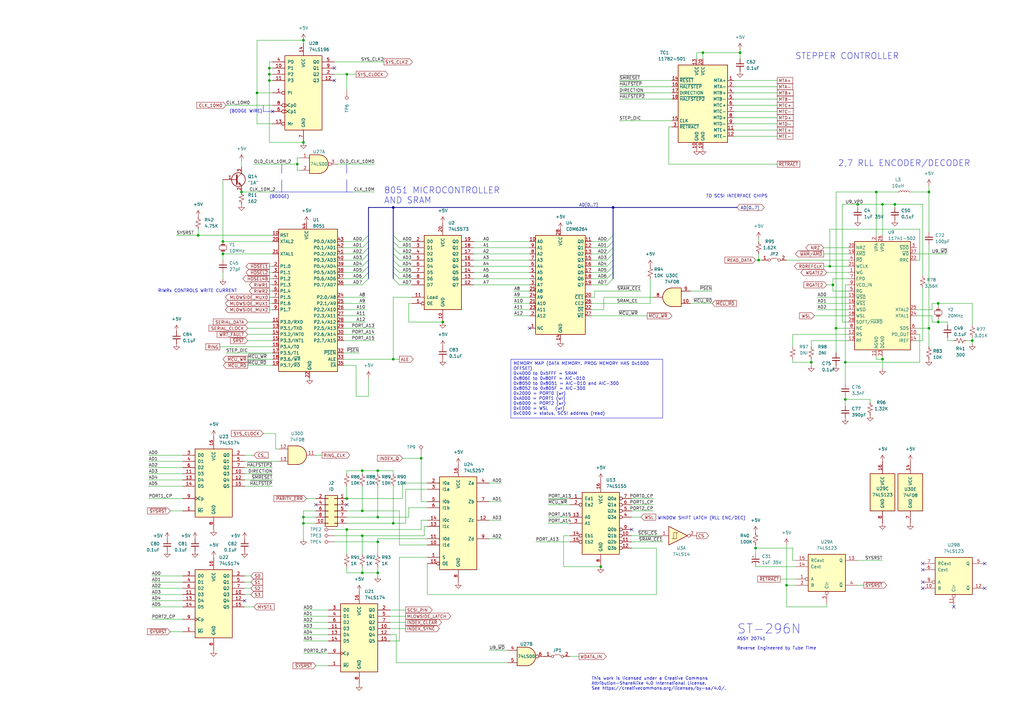
<source format=kicad_sch>
(kicad_sch (version 20231120) (generator "eeschema") (generator_version "8.0")
  (paper "A3")
  (junction (at 367.03 83.82))
  (junction (at 384.81 124.46))
  (junction (at 251.46 85.09))
  (junction (at 148.59 234.95))
  (junction (at 311.15 106.68))
  (junction (at 161.29 147.32))
  (junction (at 110.49 27.94))
  (junction (at 361.95 147.32))
  (junction (at 124.46 16.51))
  (junction (at 148.59 219.71))
  (junction (at 142.24 204.47))
  (junction (at 124.46 212.09))
  (junction (at 110.49 33.02))
  (junction (at 381 78.74))
  (junction (at 340.36 109.22))
  (junction (at 303.53 21.59))
  (junction (at 322.58 240.03))
  (junction (at 361.95 83.82))
  (junction (at 154.94 212.09))
  (junction (at 148.59 209.55))
  (junction (at 110.49 30.48))
  (junction (at 309.88 224.79))
  (junction (at 148.59 193.04))
  (junction (at 172.72 187.96))
  (junction (at 342.9 134.62))
  (junction (at 332.74 148.59))
  (junction (at 351.79 83.82))
  (junction (at 384.81 132.08))
  (junction (at 124.46 58.42))
  (junction (at 91.44 104.14))
  (junction (at 91.44 99.06))
  (junction (at 246.38 232.41))
  (junction (at 81.28 96.52))
  (junction (at 154.94 234.95))
  (junction (at 346.71 163.83))
  (junction (at 398.78 139.7))
  (junction (at 154.94 193.04))
  (junction (at 154.94 222.25))
  (junction (at 181.61 132.08))
  (junction (at 142.24 30.48))
  (junction (at 142.24 217.17))
  (junction (at 99.06 78.74))
  (junction (at 288.29 21.59))
  (junction (at 124.46 214.63))
  (junction (at 105.41 38.1))
  (junction (at 359.41 78.74))
  (junction (at 161.29 214.63))
  (junction (at 346.71 148.59))
  (junction (at 121.92 67.31))
  (junction (at 341.63 116.84))
  (junction (at 381 134.62))
  (junction (at 161.29 85.09))
  (no_connect (at 259.08 217.17))
  (no_connect (at 378.46 238.76))
  (no_connect (at 378.46 241.3))
  (no_connect (at 391.16 248.92))
  (no_connect (at 129.54 207.01))
  (no_connect (at 142.24 207.01))
  (no_connect (at 137.16 27.94))
  (no_connect (at 403.86 241.3))
  (no_connect (at 403.86 231.14))
  (no_connect (at 137.16 33.02))
  (no_connect (at 217.17 134.62))
  (no_connect (at 378.46 233.68))
  (no_connect (at 100.33 246.38))
  (no_connect (at 111.76 45.72))
  (no_connect (at 378.46 231.14))
  (bus_entry (at 248.92 101.6) (size 2.54 -2.54))
  (bus_entry (at 148.59 99.06) (size 2.54 -2.54))
  (bus_entry (at 248.92 111.76) (size 2.54 -2.54))
  (bus_entry (at 163.83 116.84) (size -2.54 -2.54))
  (bus_entry (at 163.83 101.6) (size -2.54 -2.54))
  (bus_entry (at 248.92 106.68) (size 2.54 -2.54))
  (bus_entry (at 163.83 111.76) (size -2.54 -2.54))
  (bus_entry (at 148.59 116.84) (size 2.54 -2.54))
  (bus_entry (at 163.83 109.22) (size -2.54 -2.54))
  (bus_entry (at 163.83 104.14) (size -2.54 -2.54))
  (bus_entry (at 148.59 109.22) (size 2.54 -2.54))
  (bus_entry (at 248.92 116.84) (size 2.54 -2.54))
  (bus_entry (at 248.92 114.3) (size 2.54 -2.54))
  (bus_entry (at 148.59 111.76) (size 2.54 -2.54))
  (bus_entry (at 248.92 99.06) (size 2.54 -2.54))
  (bus_entry (at 148.59 114.3) (size 2.54 -2.54))
  (bus_entry (at 163.83 114.3) (size -2.54 -2.54))
  (bus_entry (at 248.92 109.22) (size 2.54 -2.54))
  (bus_entry (at 163.83 106.68) (size -2.54 -2.54))
  (bus_entry (at 248.92 104.14) (size 2.54 -2.54))
  (bus_entry (at 148.59 104.14) (size 2.54 -2.54))
  (bus_entry (at 163.83 99.06) (size -2.54 -2.54))
  (bus_entry (at 148.59 101.6) (size 2.54 -2.54))
  (bus_entry (at 148.59 106.68) (size 2.54 -2.54))
  (wire (pts (xy 124.46 260.35) (xy 134.62 260.35)))
  (wire (pts (xy 381 134.62) (xy 381 142.24)))
  (bus (pts (xy 161.29 104.14) (xy 161.29 106.68)))
  (wire (pts (xy 124.46 257.81) (xy 134.62 257.81)))
  (wire (pts (xy 110.49 27.94) (xy 110.49 30.48)))
  (wire (pts (xy 351.79 240.03) (xy 354.33 240.03)))
  (wire (pts (xy 161.29 121.92) (xy 168.91 121.92)))
  (wire (pts (xy 124.46 267.97) (xy 134.62 267.97)))
  (wire (pts (xy 347.98 119.38) (xy 341.63 119.38)))
  (wire (pts (xy 160.02 260.35) (xy 162.56 260.35)))
  (wire (pts (xy 163.83 99.06) (xy 168.91 99.06)))
  (wire (pts (xy 121.92 64.77) (xy 123.19 64.77)))
  (wire (pts (xy 110.49 58.42) (xy 124.46 58.42)))
  (wire (pts (xy 332.74 147.32) (xy 332.74 148.59)))
  (wire (pts (xy 163.83 109.22) (xy 168.91 109.22)))
  (wire (pts (xy 326.39 229.87) (xy 325.12 229.87)))
  (wire (pts (xy 325.12 147.32) (xy 325.12 148.59)))
  (wire (pts (xy 60.96 186.69) (xy 74.93 186.69)))
  (bus (pts (xy 251.46 96.52) (xy 251.46 99.06)))
  (wire (pts (xy 81.28 96.52) (xy 111.76 96.52)))
  (wire (pts (xy 110.49 114.3) (xy 111.76 114.3)))
  (wire (pts (xy 140.97 124.46) (xy 149.86 124.46)))
  (wire (pts (xy 346.71 148.59) (xy 377.19 148.59)))
  (wire (pts (xy 91.44 104.14) (xy 111.76 104.14)))
  (wire (pts (xy 288.29 21.59) (xy 303.53 21.59)))
  (bus (pts (xy 251.46 85.09) (xy 251.46 96.52)))
  (wire (pts (xy 275.59 52.07) (xy 274.32 52.07)))
  (wire (pts (xy 224.79 204.47) (xy 233.68 204.47)))
  (bus (pts (xy 151.13 114.3) (xy 151.13 111.76)))
  (bus (pts (xy 161.29 111.76) (xy 161.29 114.3)))
  (wire (pts (xy 62.23 236.22) (xy 74.93 236.22)))
  (wire (pts (xy 346.71 163.83) (xy 346.71 166.37)))
  (wire (pts (xy 140.97 121.92) (xy 149.86 121.92)))
  (wire (pts (xy 124.46 214.63) (xy 124.46 220.98)))
  (wire (pts (xy 140.97 129.54) (xy 149.86 129.54)))
  (wire (pts (xy 124.46 262.89) (xy 134.62 262.89)))
  (wire (pts (xy 161.29 147.32) (xy 163.83 147.32)))
  (wire (pts (xy 100.33 248.92) (xy 104.14 248.92)))
  (wire (pts (xy 160.02 262.89) (xy 163.83 262.89)))
  (wire (pts (xy 382.27 129.54) (xy 382.27 132.08)))
  (wire (pts (xy 375.92 104.14) (xy 388.62 104.14)))
  (wire (pts (xy 367.03 83.82) (xy 361.95 83.82)))
  (wire (pts (xy 326.39 240.03) (xy 322.58 240.03)))
  (wire (pts (xy 101.6 134.62) (xy 111.76 134.62)))
  (wire (pts (xy 142.24 209.55) (xy 148.59 209.55)))
  (wire (pts (xy 140.97 104.14) (xy 148.59 104.14)))
  (wire (pts (xy 154.94 234.95) (xy 154.94 236.22)))
  (wire (pts (xy 125.73 204.47) (xy 129.54 204.47)))
  (wire (pts (xy 60.96 204.47) (xy 74.93 204.47)))
  (wire (pts (xy 151.13 154.94) (xy 151.13 162.56)))
  (wire (pts (xy 111.76 25.4) (xy 110.49 25.4)))
  (wire (pts (xy 100.33 194.31) (xy 111.76 194.31)))
  (wire (pts (xy 100.33 189.23) (xy 114.3 189.23)))
  (wire (pts (xy 292.1 119.38) (xy 283.21 119.38)))
  (wire (pts (xy 163.83 223.52) (xy 175.26 223.52)))
  (wire (pts (xy 340.36 109.22) (xy 347.98 109.22)))
  (wire (pts (xy 142.24 193.04) (xy 142.24 194.31)))
  (wire (pts (xy 124.46 250.19) (xy 134.62 250.19)))
  (wire (pts (xy 124.46 214.63) (xy 129.54 214.63)))
  (wire (pts (xy 110.49 127) (xy 111.76 127)))
  (wire (pts (xy 377.19 106.68) (xy 377.19 93.98)))
  (wire (pts (xy 148.59 209.55) (xy 163.83 209.55)))
  (wire (pts (xy 351.79 229.87) (xy 361.95 229.87)))
  (wire (pts (xy 396.24 139.7) (xy 398.78 139.7)))
  (wire (pts (xy 231.14 232.41) (xy 246.38 232.41)))
  (wire (pts (xy 242.57 101.6) (xy 248.92 101.6)))
  (wire (pts (xy 322.58 223.52) (xy 322.58 240.03)))
  (wire (pts (xy 100.33 191.77) (xy 111.76 191.77)))
  (wire (pts (xy 105.41 50.8) (xy 105.41 38.1)))
  (wire (pts (xy 259.08 209.55) (xy 267.97 209.55)))
  (wire (pts (xy 361.95 147.32) (xy 361.95 151.13)))
  (wire (pts (xy 231.14 219.71) (xy 231.14 232.41)))
  (wire (pts (xy 194.31 106.68) (xy 217.17 106.68)))
  (wire (pts (xy 110.49 124.46) (xy 111.76 124.46)))
  (wire (pts (xy 140.97 127) (xy 149.86 127)))
  (wire (pts (xy 378.46 113.03) (xy 378.46 83.82)))
  (wire (pts (xy 100.33 241.3) (xy 102.87 241.3)))
  (wire (pts (xy 311.15 97.79) (xy 311.15 99.06)))
  (bus (pts (xy 251.46 104.14) (xy 251.46 106.68)))
  (wire (pts (xy 200.66 220.98) (xy 205.74 220.98)))
  (wire (pts (xy 129.54 209.55) (xy 124.46 209.55)))
  (bus (pts (xy 151.13 85.09) (xy 161.29 85.09)))
  (wire (pts (xy 101.6 149.86) (xy 111.76 149.86)))
  (wire (pts (xy 398.78 139.7) (xy 398.78 140.97)))
  (wire (pts (xy 140.97 101.6) (xy 148.59 101.6)))
  (wire (pts (xy 345.44 132.08) (xy 345.44 83.82)))
  (wire (pts (xy 148.59 193.04) (xy 148.59 194.31)))
  (wire (pts (xy 274.32 52.07) (xy 274.32 67.31)))
  (wire (pts (xy 140.97 149.86) (xy 146.05 149.86)))
  (wire (pts (xy 334.01 129.54) (xy 347.98 129.54)))
  (wire (pts (xy 154.94 212.09) (xy 167.64 212.09)))
  (wire (pts (xy 342.9 134.62) (xy 342.9 78.74)))
  (wire (pts (xy 165.1 204.47) (xy 165.1 198.12)))
  (wire (pts (xy 100.33 236.22) (xy 102.87 236.22)))
  (wire (pts (xy 200.66 266.7) (xy 208.28 266.7)))
  (wire (pts (xy 259.08 212.09) (xy 262.89 212.09)))
  (wire (pts (xy 398.78 138.43) (xy 398.78 139.7)))
  (wire (pts (xy 165.1 187.96) (xy 172.72 187.96)))
  (wire (pts (xy 243.84 119.38) (xy 262.89 119.38)))
  (wire (pts (xy 140.97 114.3) (xy 148.59 114.3)))
  (wire (pts (xy 242.57 116.84) (xy 248.92 116.84)))
  (wire (pts (xy 320.04 237.49) (xy 326.39 237.49)))
  (wire (pts (xy 210.82 129.54) (xy 217.17 129.54)))
  (wire (pts (xy 124.46 212.09) (xy 129.54 212.09)))
  (wire (pts (xy 101.6 137.16) (xy 111.76 137.16)))
  (wire (pts (xy 381 76.2) (xy 381 78.74)))
  (wire (pts (xy 175.26 200.66) (xy 166.37 200.66)))
  (bus (pts (xy 161.29 85.09) (xy 251.46 85.09)))
  (wire (pts (xy 148.59 219.71) (xy 148.59 227.33)))
  (wire (pts (xy 233.68 212.09) (xy 224.79 212.09)))
  (polyline (pts (xy 115.57 73.66) (xy 115.57 78.74)))
  (bus (pts (xy 161.29 99.06) (xy 161.29 101.6)))
  (wire (pts (xy 242.57 124.46) (xy 266.7 124.46)))
  (wire (pts (xy 154.94 222.25) (xy 154.94 227.33)))
  (wire (pts (xy 154.94 199.39) (xy 154.94 212.09)))
  (wire (pts (xy 105.41 16.51) (xy 124.46 16.51)))
  (wire (pts (xy 377.19 137.16) (xy 375.92 137.16)))
  (wire (pts (xy 342.9 78.74) (xy 359.41 78.74)))
  (wire (pts (xy 194.31 111.76) (xy 217.17 111.76)))
  (wire (pts (xy 121.92 69.85) (xy 123.19 69.85)))
  (wire (pts (xy 378.46 118.11) (xy 378.46 139.7)))
  (wire (pts (xy 110.49 116.84) (xy 111.76 116.84)))
  (wire (pts (xy 384.81 130.81) (xy 384.81 132.08)))
  (wire (pts (xy 381 78.74) (xy 381 95.25)))
  (wire (pts (xy 140.97 106.68) (xy 148.59 106.68)))
  (wire (pts (xy 104.14 67.31) (xy 121.92 67.31)))
  (wire (pts (xy 375.92 106.68) (xy 377.19 106.68)))
  (wire (pts (xy 359.41 78.74) (xy 368.3 78.74)))
  (wire (pts (xy 146.05 149.86) (xy 146.05 162.56)))
  (wire (pts (xy 105.41 38.1) (xy 105.41 16.51)))
  (wire (pts (xy 60.96 199.39) (xy 74.93 199.39)))
  (wire (pts (xy 110.49 25.4) (xy 110.49 27.94)))
  (bus (pts (xy 251.46 85.09) (xy 302.26 85.09)))
  (wire (pts (xy 332.74 148.59) (xy 332.74 149.86)))
  (wire (pts (xy 194.31 101.6) (xy 217.17 101.6)))
  (wire (pts (xy 325.12 142.24) (xy 325.12 137.16)))
  (wire (pts (xy 161.29 214.63) (xy 142.24 214.63)))
  (wire (pts (xy 160.02 252.73) (xy 166.37 252.73)))
  (wire (pts (xy 259.08 207.01) (xy 267.97 207.01)))
  (wire (pts (xy 351.79 83.82) (xy 361.95 83.82)))
  (wire (pts (xy 242.57 106.68) (xy 248.92 106.68)))
  (wire (pts (xy 375.92 134.62) (xy 381 134.62)))
  (wire (pts (xy 142.24 199.39) (xy 142.24 204.47)))
  (wire (pts (xy 172.72 187.96) (xy 172.72 205.74)))
  (wire (pts (xy 384.81 132.08) (xy 388.62 132.08)))
  (wire (pts (xy 210.82 127) (xy 217.17 127)))
  (wire (pts (xy 285.75 21.59) (xy 288.29 21.59)))
  (wire (pts (xy 194.31 104.14) (xy 217.17 104.14)))
  (wire (pts (xy 335.28 127) (xy 347.98 127)))
  (bus (pts (xy 151.13 99.06) (xy 151.13 96.52)))
  (polyline (pts (xy 113.03 78.74) (xy 142.24 78.74)))
  (wire (pts (xy 309.88 224.79) (xy 309.88 227.33)))
  (wire (pts (xy 345.44 83.82) (xy 351.79 83.82)))
  (wire (pts (xy 81.28 93.98) (xy 81.28 96.52)))
  (wire (pts (xy 154.94 232.41) (xy 154.94 234.95)))
  (wire (pts (xy 62.23 241.3) (xy 74.93 241.3)))
  (wire (pts (xy 384.81 124.46) (xy 398.78 124.46)))
  (wire (pts (xy 194.31 99.06) (xy 217.17 99.06)))
  (wire (pts (xy 332.74 139.7) (xy 347.98 139.7)))
  (wire (pts (xy 148.59 234.95) (xy 154.94 234.95)))
  (bus (pts (xy 251.46 106.68) (xy 251.46 109.22)))
  (bus (pts (xy 161.29 109.22) (xy 161.29 111.76)))
  (wire (pts (xy 62.23 248.92) (xy 74.93 248.92)))
  (wire (pts (xy 168.91 124.46) (xy 167.64 124.46)))
  (wire (pts (xy 194.31 109.22) (xy 217.17 109.22)))
  (wire (pts (xy 175.26 213.36) (xy 172.72 213.36)))
  (wire (pts (xy 163.83 101.6) (xy 168.91 101.6)))
  (wire (pts (xy 335.28 121.92) (xy 347.98 121.92)))
  (bus (pts (xy 161.29 106.68) (xy 161.29 109.22)))
  (bus (pts (xy 161.29 96.52) (xy 161.29 99.06)))
  (wire (pts (xy 124.46 209.55) (xy 124.46 212.09)))
  (wire (pts (xy 142.24 30.48) (xy 142.24 36.83)))
  (bus (pts (xy 151.13 106.68) (xy 151.13 104.14)))
  (wire (pts (xy 247.65 127) (xy 247.65 121.92)))
  (wire (pts (xy 165.1 198.12) (xy 175.26 198.12)))
  (wire (pts (xy 60.96 196.85) (xy 74.93 196.85)))
  (wire (pts (xy 200.66 198.12) (xy 205.74 198.12)))
  (wire (pts (xy 137.16 30.48) (xy 142.24 30.48)))
  (bus (pts (xy 251.46 101.6) (xy 251.46 104.14)))
  (wire (pts (xy 377.19 148.59) (xy 377.19 137.16)))
  (wire (pts (xy 99.06 78.74) (xy 113.03 78.74)))
  (wire (pts (xy 160.02 250.19) (xy 166.37 250.19)))
  (wire (pts (xy 121.92 64.77) (xy 121.92 67.31)))
  (wire (pts (xy 242.57 129.54) (xy 265.43 129.54)))
  (wire (pts (xy 242.57 127) (xy 247.65 127)))
  (wire (pts (xy 254 49.53) (xy 275.59 49.53)))
  (wire (pts (xy 242.57 121.92) (xy 243.84 121.92)))
  (wire (pts (xy 375.92 129.54) (xy 382.27 129.54)))
  (wire (pts (xy 254 38.1) (xy 275.59 38.1)))
  (polyline (pts (xy 142.24 73.66) (xy 142.24 78.74)))
  (wire (pts (xy 194.31 116.84) (xy 217.17 116.84)))
  (wire (pts (xy 172.72 217.17) (xy 142.24 217.17)))
  (wire (pts (xy 359.41 147.32) (xy 361.95 147.32)))
  (wire (pts (xy 62.23 238.76) (xy 74.93 238.76)))
  (wire (pts (xy 148.59 199.39) (xy 148.59 209.55)))
  (wire (pts (xy 142.24 30.48) (xy 146.05 30.48)))
  (wire (pts (xy 124.46 255.27) (xy 134.62 255.27)))
  (wire (pts (xy 163.83 116.84) (xy 168.91 116.84)))
  (wire (pts (xy 166.37 200.66) (xy 166.37 214.63)))
  (wire (pts (xy 325.12 137.16) (xy 347.98 137.16)))
  (bus (pts (xy 251.46 109.22) (xy 251.46 111.76)))
  (wire (pts (xy 373.38 78.74) (xy 381 78.74)))
  (wire (pts (xy 292.1 124.46) (xy 283.21 124.46)))
  (wire (pts (xy 367.03 85.09) (xy 367.03 83.82)))
  (wire (pts (xy 300.99 33.02) (xy 318.77 33.02)))
  (wire (pts (xy 69.85 209.55) (xy 74.93 209.55)))
  (wire (pts (xy 100.33 243.84) (xy 102.87 243.84)))
  (wire (pts (xy 337.82 109.22) (xy 340.36 109.22)))
  (wire (pts (xy 175.26 220.98) (xy 154.94 220.98)))
  (wire (pts (xy 342.9 134.62) (xy 342.9 144.78)))
  (wire (pts (xy 303.53 20.32) (xy 303.53 21.59)))
  (wire (pts (xy 160.02 257.81) (xy 166.37 257.81)))
  (wire (pts (xy 140.97 116.84) (xy 148.59 116.84)))
  (wire (pts (xy 162.56 271.78) (xy 208.28 271.78)))
  (polyline (pts (xy 142.24 67.31) (xy 142.24 71.12)))
  (wire (pts (xy 91.44 111.76) (xy 91.44 114.3)))
  (wire (pts (xy 110.49 30.48) (xy 111.76 30.48)))
  (wire (pts (xy 309.88 106.68) (xy 311.15 106.68)))
  (wire (pts (xy 142.24 232.41) (xy 142.24 234.95)))
  (wire (pts (xy 381 100.33) (xy 381 134.62)))
  (wire (pts (xy 346.71 162.56) (xy 346.71 163.83)))
  (wire (pts (xy 247.65 121.92) (xy 267.97 121.92)))
  (wire (pts (xy 382.27 127) (xy 382.27 124.46)))
  (wire (pts (xy 167.64 212.09) (xy 167.64 208.28)))
  (wire (pts (xy 237.49 269.24) (xy 233.68 269.24)))
  (wire (pts (xy 266.7 114.3) (xy 266.7 124.46)))
  (wire (pts (xy 163.83 228.6) (xy 163.83 262.89)))
  (bus (pts (xy 151.13 104.14) (xy 151.13 101.6)))
  (wire (pts (xy 361.95 146.05) (xy 361.95 147.32)))
  (wire (pts (xy 346.71 163.83) (xy 356.87 163.83)))
  (wire (pts (xy 140.97 111.76) (xy 148.59 111.76)))
  (wire (pts (xy 113.03 184.15) (xy 113.03 177.8)))
  (wire (pts (xy 111.76 50.8) (xy 105.41 50.8)))
  (polyline (pts (xy 111.76 45.72) (xy 107.95 45.72)))
  (wire (pts (xy 377.19 93.98) (xy 340.36 93.98)))
  (polyline (pts (xy 115.57 67.31) (xy 115.57 71.12)))
  (wire (pts (xy 142.24 204.47) (xy 165.1 204.47)))
  (wire (pts (xy 300.99 38.1) (xy 318.77 38.1)))
  (wire (pts (xy 173.99 215.9) (xy 175.26 215.9)))
  (wire (pts (xy 339.09 111.76) (xy 347.98 111.76)))
  (wire (pts (xy 107.95 177.8) (xy 113.03 177.8)))
  (wire (pts (xy 110.49 121.92) (xy 111.76 121.92)))
  (wire (pts (xy 259.08 219.71) (xy 270.51 219.71)))
  (wire (pts (xy 311.15 104.14) (xy 311.15 106.68)))
  (wire (pts (xy 309.88 223.52) (xy 309.88 224.79)))
  (wire (pts (xy 233.68 219.71) (xy 231.14 219.71)))
  (wire (pts (xy 100.33 186.69) (xy 104.14 186.69)))
  (wire (pts (xy 384.81 124.46) (xy 384.81 125.73)))
  (wire (pts (xy 140.97 144.78) (xy 147.32 144.78)))
  (wire (pts (xy 90.17 142.24) (xy 111.76 142.24)))
  (wire (pts (xy 200.66 213.36) (xy 205.74 213.36)))
  (wire (pts (xy 121.92 67.31) (xy 121.92 69.85)))
  (wire (pts (xy 142.24 234.95) (xy 148.59 234.95)))
  (wire (pts (xy 378.46 139.7) (xy 375.92 139.7)))
  (wire (pts (xy 114.3 184.15) (xy 113.03 184.15)))
  (wire (pts (xy 129.54 186.69) (xy 132.08 186.69)))
  (wire (pts (xy 161.29 193.04) (xy 154.94 193.04)))
  (wire (pts (xy 341.63 114.3) (xy 347.98 114.3)))
  (wire (pts (xy 175.26 243.84) (xy 269.24 243.84)))
  (wire (pts (xy 138.43 67.31) (xy 153.67 67.31)))
  (wire (pts (xy 325.12 224.79) (xy 309.88 224.79)))
  (bus (pts (xy 161.29 101.6) (xy 161.29 104.14)))
  (wire (pts (xy 110.49 109.22) (xy 111.76 109.22)))
  (wire (pts (xy 161.29 147.32) (xy 161.29 121.92)))
  (wire (pts (xy 259.08 222.25) (xy 271.78 222.25)))
  (wire (pts (xy 300.99 45.72) (xy 318.77 45.72)))
  (wire (pts (xy 311.15 106.68) (xy 312.42 106.68)))
  (wire (pts (xy 346.71 116.84) (xy 346.71 148.59)))
  (wire (pts (xy 243.84 121.92) (xy 243.84 119.38)))
  (wire (pts (xy 161.29 199.39) (xy 161.29 214.63)))
  (wire (pts (xy 140.97 139.7) (xy 153.67 139.7)))
  (bus (pts (xy 151.13 96.52) (xy 151.13 85.09)))
  (bus (pts (xy 151.13 111.76) (xy 151.13 109.22)))
  (wire (pts (xy 332.74 142.24) (xy 332.74 139.7)))
  (wire (pts (xy 100.33 199.39) (xy 111.76 199.39)))
  (wire (pts (xy 388.62 139.7) (xy 388.62 138.43)))
  (wire (pts (xy 175.26 243.84) (xy 175.26 231.14)))
  (wire (pts (xy 140.97 109.22) (xy 148.59 109.22)))
  (wire (pts (xy 162.56 260.35) (xy 162.56 271.78)))
  (wire (pts (xy 224.79 207.01) (xy 233.68 207.01)))
  (wire (pts (xy 167.64 132.08) (xy 181.61 132.08)))
  (wire (pts (xy 242.57 114.3) (xy 248.92 114.3)))
  (wire (pts (xy 347.98 116.84) (xy 346.71 116.84)))
  (wire (pts (xy 359.41 146.05) (xy 359.41 147.32)))
  (wire (pts (xy 142.24 217.17) (xy 142.24 227.33)))
  (wire (pts (xy 382.27 124.46) (xy 384.81 124.46)))
  (wire (pts (xy 172.72 205.74) (xy 175.26 205.74)))
  (wire (pts (xy 140.97 137.16) (xy 153.67 137.16)))
  (wire (pts (xy 167.64 124.46) (xy 167.64 132.08)))
  (wire (pts (xy 124.46 16.51) (xy 124.46 17.78)))
  (wire (pts (xy 129.54 273.05) (xy 134.62 273.05)))
  (wire (pts (xy 100.33 196.85) (xy 111.76 196.85)))
  (wire (pts (xy 210.82 124.46) (xy 217.17 124.46)))
  (wire (pts (xy 60.96 194.31) (xy 74.93 194.31)))
  (wire (pts (xy 300.99 40.64) (xy 318.77 40.64)))
  (wire (pts (xy 160.02 255.27) (xy 166.37 255.27)))
  (wire (pts (xy 137.16 25.4) (xy 157.48 25.4)))
  (wire (pts (xy 242.57 104.14) (xy 248.92 104.14)))
  (bus (pts (xy 151.13 101.6) (xy 151.13 99.06)))
  (wire (pts (xy 62.23 243.84) (xy 74.93 243.84)))
  (wire (pts (xy 163.83 114.3) (xy 168.91 114.3)))
  (wire (pts (xy 351.79 83.82) (xy 351.79 85.09)))
  (wire (pts (xy 91.44 99.06) (xy 111.76 99.06)))
  (wire (pts (xy 274.32 67.31) (xy 318.77 67.31)))
  (wire (pts (xy 110.49 111.76) (xy 111.76 111.76)))
  (wire (pts (xy 300.99 35.56) (xy 318.77 35.56)))
  (wire (pts (xy 378.46 83.82) (xy 367.03 83.82)))
  (wire (pts (xy 100.33 238.76) (xy 102.87 238.76)))
  (bus (pts (xy 251.46 99.06) (xy 251.46 101.6)))
  (wire (pts (xy 254 35.56) (xy 275.59 35.56)))
  (wire (pts (xy 300.99 55.88) (xy 318.77 55.88)))
  (wire (pts (xy 200.66 205.74) (xy 205.74 205.74)))
  (wire (pts (xy 382.27 132.08) (xy 384.81 132.08)))
  (wire (pts (xy 105.41 38.1) (xy 111.76 38.1)))
  (wire (pts (xy 339.09 247.65) (xy 339.09 248.92)))
  (wire (pts (xy 110.49 119.38) (xy 111.76 119.38)))
  (wire (pts (xy 259.08 204.47) (xy 267.97 204.47)))
  (wire (pts (xy 60.96 191.77) (xy 74.93 191.77)))
  (wire (pts (xy 322.58 106.68) (xy 347.98 106.68)))
  (wire (pts (xy 322.58 248.92) (xy 322.58 240.03)))
  (wire (pts (xy 163.83 228.6) (xy 175.26 228.6)))
  (wire (pts (xy 137.16 219.71) (xy 148.59 219.71)))
  (wire (pts (xy 300.99 50.8) (xy 318.77 50.8)))
  (wire (pts (xy 101.6 132.08) (xy 111.76 132.08)))
  (wire (pts (xy 148.59 193.04) (xy 142.24 193.04)))
  (wire (pts (xy 99.06 66.04) (xy 99.06 68.58)))
  (wire (pts (xy 161.29 194.31) (xy 161.29 193.04)))
  (wire (pts (xy 111.76 33.02) (xy 110.49 33.02)))
  (wire (pts (xy 163.83 209.55) (xy 163.83 223.52)))
  (wire (pts (xy 339.09 248.92) (xy 322.58 248.92)))
  (wire (pts (xy 163.83 111.76) (xy 168.91 111.76)))
  (wire (pts (xy 167.64 208.28) (xy 175.26 208.28)))
  (wire (pts (xy 375.92 127) (xy 382.27 127)))
  (wire (pts (xy 361.95 83.82) (xy 361.95 96.52)))
  (wire (pts (xy 242.57 99.06) (xy 248.92 99.06)))
  (wire (pts (xy 356.87 163.83) (xy 356.87 165.1)))
  (wire (pts (xy 388.62 139.7) (xy 391.16 139.7)))
  (wire (pts (xy 140.97 147.32) (xy 161.29 147.32)))
  (wire (pts (xy 144.78 78.74) (xy 153.67 78.74)))
  (wire (pts (xy 303.53 24.13) (xy 303.53 21.59)))
  (wire (pts (xy 242.57 111.76) (xy 248.92 111.76)))
  (wire (pts (xy 309.88 232.41) (xy 326.39 232.41)))
  (wire (pts (xy 337.82 101.6) (xy 347.98 101.6)))
  (wire (pts (xy 219.71 222.25) (xy 233.68 222.25)))
  (wire (pts (xy 137.16 222.25) (xy 154.94 222.25)))
  (wire (pts (xy 341.63 116.84) (xy 341.63 114.3)))
  (wire (pts (xy 254 40.64) (xy 275.59 40.64)))
  (wire (pts (xy 388.62 132.08) (xy 388.62 133.35)))
  (wire (pts (xy 254 33.02) (xy 275.59 33.02)))
  (wire (pts (xy 62.23 254) (xy 74.93 254)))
  (wire (pts (xy 137.16 217.17) (xy 142.24 217.17)))
  (wire (pts (xy 142.24 212.09) (xy 154.94 212.09)))
  (wire (pts (xy 172.72 186.69) (xy 172.72 187.96)))
  (wire (pts (xy 242.57 109.22) (xy 248.92 109.22)))
  (wire (pts (xy 163.83 104.14) (xy 168.91 104.14)))
  (wire (pts (xy 60.96 189.23) (xy 74.93 189.23)))
  (wire (pts (xy 347.98 134.62) (xy 342.9 134.62)))
  (wire (pts (xy 325.12 229.87) (xy 325.12 224.79)))
  (wire (pts (xy 210.82 121.92) (xy 217.17 121.92)))
  (wire (pts (xy 346.71 148.59) (xy 346.71 157.48)))
  (wire (pts (xy 148.59 232.41) (xy 148.59 234.95)))
  (wire (pts (xy 154.94 193.04) (xy 148.59 193.04)))
  (polyline (pts (xy 144.78 78.74) (xy 142.24 78.74)))
  (wire (pts (xy 269.24 224.79) (xy 269.24 243.84)))
  (wire (pts (xy 398.78 124.46) (xy 398.78 133.35)))
  (wire (pts (xy 140.97 99.06) (xy 148.59 99.06)))
  (wire (pts (xy 172.72 213.36) (xy 172.72 217.17)))
  (wire (pts (xy 154.94 193.04) (xy 154.94 194.31)))
  (wire (pts (xy 288.29 21.59) (xy 288.29 24.13)))
  (wire (pts (xy 224.79 214.63) (xy 233.68 214.63)))
  (wire (pts (xy 163.83 106.68) (xy 168.91 106.68)))
  (wire (pts (xy 259.08 224.79) (xy 269.24 224.79)))
  (wire (pts (xy 110.49 33.02) (xy 110.49 58.42)))
  (wire (pts (xy 124.46 212.09) (xy 124.46 214.63)))
  (wire (pts (xy 166.37 214.63) (xy 161.29 214.63)))
  (wire (pts (xy 110.49 30.48) (xy 110.49 33.02)))
  (wire (pts (xy 347.98 132.08) (xy 345.44 132.08)))
  (wire (pts (xy 154.94 220.98) (xy 154.94 222.25)))
  (wire (pts (xy 140.97 134.62) (xy 153.67 134.62)))
  (wire (pts (xy 359.41 78.74) (xy 359.41 96.52)))
  (wire (pts (xy 300.99 53.34) (xy 318.77 53.34)))
  (wire (pts (xy 140.97 132.08) (xy 149.86 132.08)))
  (bus (pts (xy 151.13 109.22) (xy 151.13 106.68)))
  (wire (pts (xy 72.39 96.52) (xy 81.28 96.52)))
  (wire (pts (xy 92.71 144.78) (xy 111.76 144.78)))
  (wire (pts (xy 325.12 148.59) (xy 332.74 148.59)))
  (wire (pts (xy 300.99 43.18) (xy 318.77 43.18)))
  (wire (pts (xy 101.6 147.32) (xy 111.76 147.32)))
  (wire (pts (xy 341.63 119.38) (xy 341.63 116.84)))
  (wire (pts (xy 91.44 104.14) (xy 91.44 106.68)))
  (wire (pts (xy 148.59 219.71) (xy 173.99 219.71)))
  (wire (pts (xy 91.44 73.66) (xy 91.44 99.06)))
  (wire (pts (xy 194.31 114.3) (xy 217.17 114.3)))
  (wire (pts (xy 339.09 116.84) (xy 341.63 116.84)))
  (wire (pts (xy 173.99 219.71) (xy 173.99 215.9)))
  (wire (pts (xy 124.46 252.73) (xy 134.62 252.73)))
  (wire (pts (xy 337.82 104.14) (xy 347.98 104.14)))
  (wire (pts (xy 340.36 93.98) (xy 340.36 109.22)))
  (wire (pts (xy 146.05 162.56) (xy 151.13 162.56)))
  (bus (pts (xy 161.29 85.09) (xy 161.29 96.52)))
  (polyline (pts (xy 107.95 43.18) (xy 107.95 45.72)))
  (wire (pts (xy 69.85 259.08) (xy 74.93 259.08)))
  (wire (pts (xy 62.23 246.38) (xy 74.93 246.38)))
  (bus (pts (xy 251.46 111.76) (xy 251.46 114.3)))
  (wire (pts (xy 285.75 24.13) (xy 285.75 21.59)))
  (wire (pts (xy 101.6 139.7) (xy 111.76 139.7)))
  (wire (pts (xy 92.71 43.18) (xy 111.76 43.18)))
  (wire (pts (xy 300.99 48.26) (xy 318.77 48.26)))
  (wire (pts (xy 335.28 124.46) (xy 347.98 124.46)))
  (wire (pts (xy 110.49 27.94) (xy 111.76 27.94)))
  (wire (pts (xy 210.82 119.38) (xy 217.17 119.38)))
  (text_box "MEMORY MAP (DATA MEMORY. PROG MEMORY HAS 0x1000 OFFSET)\n0x4000 to 0x5FFF = SRAM\n0x806E to 0x80FF = AIC-010\n0x8050 to 0x8051 = AIC-010 and AIC-300\n0x8052 to 0x805F = AIC-300\n0x2000 = PORT0 (wr)\n0xA000 = PORT1 (wr)\n0x6000 = PORT2 (wr)\n0xE000 = WSL   (wr)\n0xC000 = status, SCSI address (read)\n\n" (at 209.55 147.32 0) (size 62.23 24.13) (effects (font (size 1.27 1.27)) (justify left top)))
  (text "ASSY 20741" (at 302.26 262.89 0) (effects (font (size 1.27 1.27)) (justify left bottom)))
  (text "This work is licensed under a Creative Commons\nAttribution-ShareAlike 4.0 International License.\nSee https://creativecommons.org/licenses/by-sa/4.0/.\n" (at 242.57 283.21 0) (effects (font (size 1.27 1.27)) (justify left bottom)))
  (text "2,7 RLL ENCODER/DECODER" (at 343.662 68.58 0) (effects (font (size 2.54 2.54)) (justify left bottom)))
  (text "Reverse Engineered by Tube Time" (at 302.26 266.7 0) (effects (font (size 1.27 1.27)) (justify left bottom)))
  (text "STEPPER CONTROLLER" (at 326.136 24.638 0) (effects (font (size 2.54 2.54)) (justify left bottom)))
  (text "WINDOW SHIFT LATCH (RLL ENC/DEC)" (at 287.782 212.598 0) (effects (font (size 1.27 1.27))))
  (text "8051 MICROCONTROLLER\nAND SRAM" (at 157.48 83.82 0) (effects (font (size 2.54 2.54)) (justify left bottom)))
  (text "TO SCSI INTERFACE CHIPS" (at 289.56 81.28 0) (effects (font (size 1.27 1.27)) (justify left bottom)))
  (text "ST-296N" (at 302.26 260.35 0) (effects (font (size 3.81 3.81)) (justify left bottom)))
  (text "(BODGE)" (at 114.554 80.772 0) (effects (font (size 1.27 1.27))))
  (text "(BODGE WIRE)" (at 100.838 45.72 0) (effects (font (size 1.27 1.27))))
  (text "RIWRx CONTROLS WRITE CURRENT" (at 64.77 120.142 0) (effects (font (size 1.27 1.27)) (justify left bottom)))
  (label "A6" (at 198.12 114.3 0))
  (label "CLK_10M" (at 153.67 78.74 180))
  (label "AD3" (at 248.92 106.68 180))
  (label "AD1" (at 335.28 124.46 0))
  (label "~{MCU_WR}" (at 101.6 147.32 0))
  (label "AD4" (at 60.96 196.85 0))
  (label "PORT_A13" (at 153.67 134.62 180))
  (label "PORT1_CP" (at 60.96 204.47 0))
  (label "AD5" (at 165.1 111.76 0))
  (label "A4" (at 198.12 109.22 0))
  (label "~{MCU_WR}" (at 261.62 129.54 180))
  (label "CLK_10M0" (at 92.71 43.18 0))
  (label "~{SRAM_CE1}" (at 271.78 222.25 180))
  (label "A2" (at 198.12 104.14 0))
  (label "AD5" (at 144.78 111.76 0))
  (label "AD4" (at 248.92 109.22 180))
  (label "AD0" (at 60.96 186.69 0))
  (label "AD0" (at 144.78 99.06 0))
  (label "~{HALFSTEP2}" (at 254 40.64 0))
  (label "~{MCU_RD}" (at 292.1 124.46 180))
  (label "~{SMRESET}" (at 254 33.02 0))
  (label "A7" (at 198.12 116.84 0))
  (label "AD3" (at 205.74 213.36 180))
  (label "AD2" (at 248.92 104.14 180))
  (label "SRAM_CE" (at 261.62 124.46 180))
  (label "A5" (at 198.12 111.76 0))
  (label "PORT_A15" (at 153.67 139.7 180))
  (label "A1" (at 198.12 101.6 0))
  (label "~{SMRESET}" (at 111.76 196.85 180))
  (label "AD2" (at 62.23 241.3 0))
  (label "AD0" (at 165.1 99.06 0))
  (label "A8" (at 149.86 121.92 180))
  (label "AD2" (at 60.96 191.77 0))
  (label "A8" (at 210.82 119.38 0))
  (label "A9" (at 210.82 121.92 0))
  (label "~{HALFSTEP}" (at 254 35.56 0))
  (label "OLD_CLK_10M_2" (at 104.14 67.31 0))
  (label "AD[0..7]" (at 237.49 85.09 0))
  (label "~{HALFSTEP}" (at 111.76 199.39 180))
  (label "A12" (at 210.82 129.54 0))
  (label "A10" (at 210.82 124.46 0))
  (label "PORT2_CP" (at 267.97 209.55 180))
  (label "PORT_A14" (at 153.67 137.16 180))
  (label "SYSRST" (at 72.39 96.52 0))
  (label "A10" (at 149.86 127 180))
  (label "PORT0_CP" (at 124.46 267.97 0))
  (label "AD7" (at 248.92 116.84 180))
  (label "~{PSEN}" (at 147.32 144.78 180))
  (label "AD0" (at 124.46 250.19 0))
  (label "~{SRAM_CE1}" (at 262.89 119.38 180))
  (label "SYSRST" (at 361.95 229.87 180))
  (label "AD1" (at 124.46 252.73 0))
  (label "U9_~{WD}" (at 200.66 266.7 0))
  (label "PORT_A13" (at 224.79 204.47 0))
  (label "AD6" (at 144.78 114.3 0))
  (label "STEP_OIC" (at 254 49.53 0))
  (label "AD7" (at 165.1 116.84 0))
  (label "AD5" (at 60.96 199.39 0))
  (label "DIRECTION" (at 111.76 194.31 180))
  (label "AD3" (at 60.96 194.31 0))
  (label "AD2" (at 335.28 127 0))
  (label "AD5" (at 248.92 111.76 180))
  (label "~{SCSI_CS}" (at 261.62 219.71 0))
  (label "AD0" (at 335.28 121.92 0))
  (label "AD3" (at 124.46 257.81 0))
  (label "AD5" (at 62.23 248.92 0))
  (label "AD4" (at 165.1 109.22 0))
  (label "AD1" (at 205.74 205.74 180))
  (label "STEP_OIC" (at 92.71 144.78 0))
  (label "AD0" (at 62.23 236.22 0))
  (label "AD3" (at 165.1 106.68 0))
  (label "PORT0_CP" (at 267.97 204.47 180))
  (label "U9_VPD" (at 346.71 83.82 0))
  (label "DIRECTION" (at 254 38.1 0))
  (label "AD5" (at 124.46 262.89 0))
  (label "AD4" (at 124.46 260.35 0))
  (label "A9" (at 149.86 124.46 180))
  (label "AD2" (at 124.46 255.27 0))
  (label "AD3" (at 62.23 243.84 0))
  (label "OLD_CLK_10M0" (at 153.67 67.31 180))
  (label "A11" (at 149.86 129.54 180))
  (label "AD1" (at 60.96 189.23 0))
  (label "AD2" (at 205.74 220.98 180))
  (label "AD1" (at 144.78 101.6 0))
  (label "AD4" (at 62.23 246.38 0))
  (label "AD6" (at 165.1 114.3 0))
  (label "AD1" (at 248.92 101.6 180))
  (label "PORT_A15" (at 224.79 212.09 0))
  (label "AD1" (at 62.23 238.76 0))
  (label "~{PSEN}" (at 292.1 119.38 180))
  (label "PORT_A14" (at 224.79 214.63 0))
  (label "AD7" (at 144.78 116.84 0))
  (label "PORT2_CP" (at 62.23 254 0))
  (label "AD0" (at 248.92 99.06 180))
  (label "AD0" (at 205.74 198.12 180))
  (label "A3" (at 198.12 106.68 0))
  (label "~{MCU_RD}" (at 101.6 149.86 0))
  (label "PORT_A13" (at 219.71 222.25 0))
  (label "SYS_CLK2" (at 157.48 25.4 180))
  (label "AD2" (at 144.78 104.14 0))
  (label "AD6" (at 248.92 114.3 180))
  (label "U9_~{WD}" (at 388.62 104.14 180))
  (label "AD3" (at 144.78 106.68 0))
  (label "~{MCU_WR}" (at 224.79 207.01 0))
  (label "~{HALFSTEP2}" (at 111.76 191.77 180))
  (label "CLK_10M_2" (at 113.03 78.74 180))
  (label "A0" (at 198.12 99.06 0))
  (label "AD2" (at 165.1 104.14 0))
  (label "A12" (at 149.86 132.08 180))
  (label "A11" (at 210.82 127 0))
  (label "PORT1_CP" (at 267.97 207.01 180))
  (label "AD1" (at 165.1 101.6 0))
  (label "AD4" (at 144.78 109.22 0))
  (global_label "S3" (shape input) (at 102.87 243.84 0) (property "Intersheetrefs" "${INTERSHEET_REFS}" (effects (hide yes))))
  (global_label "MYST1" (shape input) (at 104.14 248.92 0) (property "Intersheetrefs" "${INTERSHEET_REFS}" (effects (hide yes))))
  (global_label "MTC-" (shape passive) (at 318.77 45.72 0) (property "Intersheetrefs" "${INTERSHEET_REFS}" (effects (hide yes))))
  (global_label "SERIAL_CLOCK" (shape input) (at 101.6 134.62 180) (property "Intersheetrefs" "${INTERSHEET_REFS}" (effects (hide yes))))
  (global_label "WSL" (shape input) (at 334.01 129.54 180) (property "Intersheetrefs" "${INTERSHEET_REFS}" (effects (hide yes))))
  (global_label "~{SYSRST}" (shape input) (at 69.85 209.55 180) (property "Intersheetrefs" "${INTERSHEET_REFS}" (effects (hide yes))))
  (global_label "~{WRT_FAULT}" (shape input) (at 101.6 137.16 180) (property "Intersheetrefs" "${INTERSHEET_REFS}" (effects (hide yes))))
  (global_label "~{MCU_WR}" (shape output) (at 101.6 147.32 180) (property "Intersheetrefs" "${INTERSHEET_REFS}" (effects (hide yes))))
  (global_label "INDEX_Q" (shape input) (at 165.1 187.96 180) (property "Intersheetrefs" "${INTERSHEET_REFS}" (effects (hide yes))))
  (global_label "RING_CLK" (shape output) (at 132.08 186.69 0) (property "Intersheetrefs" "${INTERSHEET_REFS}" (effects (hide yes))))
  (global_label "CS_" (shape input) (at 104.14 186.69 0) (property "Intersheetrefs" "${INTERSHEET_REFS}" (effects (hide yes))))
  (global_label "~{MCU_WR}" (shape output) (at 265.43 129.54 0) (property "Intersheetrefs" "${INTERSHEET_REFS}" (effects (hide yes))))
  (global_label "~{SYSRST}" (shape input) (at 129.54 273.05 180) (property "Intersheetrefs" "${INTERSHEET_REFS}" (effects (hide yes))))
  (global_label "MLOWSIDE_MUX1" (shape output) (at 110.49 124.46 180) (property "Intersheetrefs" "${INTERSHEET_REFS}" (effects (hide yes))))
  (global_label "WGATE2" (shape bidirectional) (at 339.09 111.76 180) (property "Intersheetrefs" "${INTERSHEET_REFS}" (effects (hide yes))))
  (global_label "WSL" (shape input) (at 262.89 212.09 0) (property "Intersheetrefs" "${INTERSHEET_REFS}" (effects (hide yes))))
  (global_label "MLOWSIDE_MUX2" (shape output) (at 110.49 127 180) (property "Intersheetrefs" "${INTERSHEET_REFS}" (effects (hide yes))))
  (global_label "SCSI_PIN" (shape output) (at 166.37 250.19 0) (property "Intersheetrefs" "${INTERSHEET_REFS}" (effects (hide yes))))
  (global_label "NRZ" (shape bidirectional) (at 337.82 101.6 180) (property "Intersheetrefs" "${INTERSHEET_REFS}" (effects (hide yes))))
  (global_label "~{INDEX_CLEAR}" (shape output) (at 166.37 255.27 0) (property "Intersheetrefs" "${INTERSHEET_REFS}" (effects (hide yes))))
  (global_label "MLOWSIDE_LATCH" (shape output) (at 166.37 252.73 0) (property "Intersheetrefs" "${INTERSHEET_REFS}" (effects (hide yes))))
  (global_label "~{SYSRST}" (shape output) (at 354.33 240.03 0) (property "Intersheetrefs" "${INTERSHEET_REFS}" (effects (hide yes))))
  (global_label "RGATE2" (shape input) (at 339.09 116.84 180) (property "Intersheetrefs" "${INTERSHEET_REFS}" (effects (hide yes))))
  (global_label "MTC+" (shape passive) (at 318.77 43.18 0) (property "Intersheetrefs" "${INTERSHEET_REFS}" (effects (hide yes))))
  (global_label "~{INDEX_SYNC}" (shape output) (at 166.37 257.81 0) (property "Intersheetrefs" "${INTERSHEET_REFS}" (effects (hide yes))))
  (global_label "MTD+" (shape passive) (at 318.77 48.26 0) (property "Intersheetrefs" "${INTERSHEET_REFS}" (effects (hide yes))))
  (global_label "~{HDSEL4B}" (shape output) (at 110.49 114.3 180) (property "Intersheetrefs" "${INTERSHEET_REFS}" (effects (hide yes))))
  (global_label "S2" (shape input) (at 102.87 241.3 0) (property "Intersheetrefs" "${INTERSHEET_REFS}" (effects (hide yes))))
  (global_label "ALE" (shape output) (at 163.83 147.32 0) (property "Intersheetrefs" "${INTERSHEET_REFS}" (effects (hide yes))))
  (global_label "SERIAL_DATA" (shape input) (at 101.6 132.08 180) (property "Intersheetrefs" "${INTERSHEET_REFS}" (effects (hide yes))))
  (global_label "S1" (shape input) (at 102.87 238.76 0) (property "Intersheetrefs" "${INTERSHEET_REFS}" (effects (hide yes))))
  (global_label "WDATA_IN" (shape output) (at 237.49 269.24 0) (property "Intersheetrefs" "${INTERSHEET_REFS}" (effects (hide yes))))
  (global_label "~{SRST}" (shape input) (at 101.6 139.7 180) (property "Intersheetrefs" "${INTERSHEET_REFS}" (effects (hide yes))))
  (global_label "MLOWSIDE_MUX0" (shape output) (at 110.49 121.92 180) (property "Intersheetrefs" "${INTERSHEET_REFS}" (effects (hide yes))))
  (global_label "RING" (shape passive) (at 90.17 142.24 180) (property "Intersheetrefs" "${INTERSHEET_REFS}" (effects (hide yes))))
  (global_label "~{SYSRST}" (shape input) (at 69.85 259.08 180) (property "Intersheetrefs" "${INTERSHEET_REFS}" (effects (hide yes))))
  (global_label "MTD-" (shape passive) (at 318.77 50.8 0) (property "Intersheetrefs" "${INTERSHEET_REFS}" (effects (hide yes))))
  (global_label "~{PARITY_ERR}" (shape input) (at 125.73 204.47 180) (property "Intersheetrefs" "${INTERSHEET_REFS}" (effects (hide yes))))
  (global_label "S0" (shape input) (at 102.87 236.22 0) (property "Intersheetrefs" "${INTERSHEET_REFS}" (effects (hide yes))))
  (global_label "~{HDSEL1}" (shape output) (at 110.49 109.22 180) (property "Intersheetrefs" "${INTERSHEET_REFS}" (effects (hide yes))))
  (global_label "RDREFCLK" (shape output) (at 337.82 109.22 180) (property "Intersheetrefs" "${INTERSHEET_REFS}" (effects (hide yes))))
  (global_label "READ_DATA" (shape input) (at 309.88 106.68 180) (property "Intersheetrefs" "${INTERSHEET_REFS}" (effects (hide yes))))
  (global_label "CLK_10M0" (shape input) (at 92.71 43.18 180) (property "Intersheetrefs" "${INTERSHEET_REFS}" (effects (hide yes))))
  (global_label "MTE+" (shape passive) (at 318.77 53.34 0) (property "Intersheetrefs" "${INTERSHEET_REFS}" (effects (hide yes))))
  (global_label "~{RETRACT}" (shape passive) (at 320.04 237.49 180) (property "Intersheetrefs" "${INTERSHEET_REFS}" (effects (hide yes))))
  (global_label "~{WAM}{slash}~{AMD}" (shape output) (at 337.82 104.14 180) (property "Intersheetrefs" "${INTERSHEET_REFS}" (effects (hide yes))))
  (global_label "MTA-" (shape passive) (at 318.77 35.56 0) (property "Intersheetrefs" "${INTERSHEET_REFS}" (effects (hide yes))))
  (global_label "SYS_CLOCK" (shape input) (at 107.95 177.8 180) (property "Intersheetrefs" "${INTERSHEET_REFS}" (effects (hide yes))))
  (global_label "AD[0..7]" (shape bidirectional) (at 302.26 85.09 0) (property "Intersheetrefs" "${INTERSHEET_REFS}" (effects (hide yes))))
  (global_label "~{RETRACT}" (shape passive) (at 318.77 67.31 0) (property "Intersheetrefs" "${INTERSHEET_REFS}" (effects (hide yes))))
  (global_label "RIWR1" (shape output) (at 110.49 116.84 180) (property "Intersheetrefs" "${INTERSHEET_REFS}" (effects (hide yes))))
  (global_label "MTB+" (shape passive) (at 318.77 38.1 0) (property "Intersheetrefs" "${INTERSHEET_REFS}" (effects (hide yes))))
  (global_label "~{MCU_RD}" (shape input) (at 292.1 124.46 0) (property "Intersheetrefs" "${INTERSHEET_REFS}" (effects (hide yes))))
  (global_label "~{HDSEL2}" (shape output) (at 110.49 111.76 180) (property "Intersheetrefs" "${INTERSHEET_REFS}" (effects (hide yes))))
  (global_label "RIWR2" (shape output) (at 110.49 119.38 180) (property "Intersheetrefs" "${INTERSHEET_REFS}" (effects (hide yes))))
  (global_label "CS" (shape output) (at 285.75 219.71 0) (property "Intersheetrefs" "${INTERSHEET_REFS}" (effects (hide yes))))
  (global_label "SYS_CLK2" (shape output) (at 157.48 25.4 0) (property "Intersheetrefs" "${INTERSHEET_REFS}" (effects (hide yes))))
  (global_label "MTA+" (shape passive) (at 318.77 33.02 0) (property "Intersheetrefs" "${INTERSHEET_REFS}" (effects (hide yes))))
  (global_label "MTE-" (shape passive) (at 318.77 55.88 0) (property "Intersheetrefs" "${INTERSHEET_REFS}" (effects (hide yes))))
  (global_label "~{MCU_RD}" (shape output) (at 101.6 149.86 180) (property "Intersheetrefs" "${INTERSHEET_REFS}" (effects (hide yes))))
  (global_label "SYS_CLOCK" (shape output) (at 146.05 30.48 0) (property "Intersheetrefs" "${INTERSHEET_REFS}" (effects (hide yes))))
  (global_label "MTB-" (shape passive) (at 318.77 40.64 0) (property "Intersheetrefs" "${INTERSHEET_REFS}" (effects (hide yes))))
  (symbol (lib_id "74xx:74LS573") (at 181.61 111.76 0) (unit 1)
    (property "Reference" "U2" (at 183.8041 91.44 0) (effects (justify left)))
    (property "Value" "74LS573" (at 183.8041 93.98 0) (effects (justify left)))
    (property "Footprint" "Active:SOP127P1065X265-20_SHRINK" (effects (hide yes)))
    (property "Datasheet" "74xx/74hc573.pdf" (effects (hide yes)))
    (property "Description" "8-bit Latch 3-state outputs" (effects (hide yes)))
  )
  (symbol (lib_id "Connector:TestPoint_Alt") (at 172.72 186.69 0) (mirror y) (unit 1)
    (property "Reference" "TP9" (at 168.656 183.388 0))
    (property "Value" "1/2 STEP" (effects (hide yes)))
    (property "Footprint" "TestPoint:TestPoint_THTPad_1.5x1.5mm_Drill0.7mm" (effects (hide yes)))
  )
  (symbol (lib_id "Device:C_Small") (at 68.58 223.52 0) (mirror y) (unit 1)
    (property "Reference" "C80" (at 65.532 223.012 0) (effects (justify left)))
    (property "Value" "0.1uF" (at 65.532 225.552 0) (effects (justify left)))
    (property "Footprint" "Capacitor_SMD:C_1206_3216Metric" (effects (hide yes)))
  )
  (symbol (lib_id "Connector:TestPoint_Alt") (at 137.16 222.25 90) (mirror x) (unit 1)
    (property "Reference" "TPE4" (at 129.54 222.25 90))
    (property "Value" "1/2 STEP" (effects (hide yes)))
    (property "Footprint" "TestPoint:TestPoint_THTPad_D2.5mm_Drill1.2mm" (effects (hide yes)))
  )
  (symbol (lib_id "power:GND") (at 181.61 132.08 0) (unit 1)
    (property "Reference" "#PWR0124" (effects (hide yes)))
    (property "Value" "GND" (effects (hide yes)))
  )
  (symbol (lib_id "power:GND") (at 381 147.32 0) (unit 1)
    (property "Reference" "#PWR0170" (effects (hide yes)))
    (property "Value" "GND" (effects (hide yes)))
  )
  (symbol (lib_id "power:+5V") (at 81.28 88.9 0) (unit 1)
    (property "Reference" "#PWR0221" (effects (hide yes)))
    (property "Value" "+5V" (at 81.28 83.82 0))
  )
  (symbol (lib_id "74xx:74LS00") (at 130.81 67.31 0) (unit 1)
    (property "Reference" "U27" (at 130.81 62.23 0))
    (property "Value" "74LS00" (at 130.81 67.31 0))
    (property "Footprint" "Active:SOP127P620X175-14_SHRINK" (effects (hide yes)))
    (property "Datasheet" "http://www.ti.com/lit/gpn/sn74ls00" (effects (hide yes)))
  )
  (symbol (lib_id "74xx:74LS08") (at 275.59 121.92 0) (mirror y) (unit 3)
    (property "Reference" "U30" (at 275.5983 113.03 0))
    (property "Value" "74F08" (at 275.5983 115.57 0))
    (property "Footprint" "Active:SOP127P620X175-14_SHRINK" (effects (hide yes)))
    (property "Datasheet" "http://www.ti.com/lit/gpn/sn74LS08" (effects (hide yes)))
  )
  (symbol (lib_id "power:+5V") (at 87.63 179.07 0) (unit 1)
    (property "Reference" "#PWR0107" (effects (hide yes)))
    (property "Value" "+5V" (at 87.63 173.99 0))
  )
  (symbol (lib_id "74xx:74LS123") (at 391.16 236.22 0) (unit 2)
    (property "Reference" "U29" (at 391.16 223.52 0))
    (property "Value" "74LS123" (at 391.16 226.06 0))
    (property "Footprint" "Active:SOP127P620X175-16_SHRINK" (effects (hide yes)))
    (property "Datasheet" "http://www.ti.com/lit/gpn/sn74LS123" (effects (hide yes)))
  )
  (symbol (lib_id "Device:R_Small_US") (at 161.29 196.85 180) (unit 1)
    (property "Reference" "R90" (at 162.814 195.58 0) (effects (justify right)))
    (property "Value" "10K" (at 162.814 198.12 0) (effects (justify right)))
    (property "Footprint" "Resistor_SMD:R_1206_3216Metric_Pad1.30x1.75mm_HandSolder" (effects (hide yes)))
  )
  (symbol (lib_id "power:GND") (at 367.03 90.17 0) (unit 1)
    (property "Reference" "#PWR0165" (effects (hide yes)))
    (property "Value" "GND" (effects (hide yes)))
  )
  (symbol (lib_id "Device:R_Small_US") (at 81.28 91.44 180) (unit 1)
    (property "Reference" "R42" (at 83.82 90.1699 0) (effects (justify right)))
    (property "Value" "4.75K" (at 83.82 92.7099 0) (effects (justify right)))
    (property "Footprint" "Resistor_SMD:R_1206_3216Metric_Pad1.30x1.75mm_HandSolder" (effects (hide yes)))
  )
  (symbol (lib_id "power:+5V") (at 80.01 220.98 0) (unit 1)
    (property "Reference" "#PWR0184" (effects (hide yes)))
    (property "Value" "+5V" (at 76.2 219.71 0))
  )
  (symbol (lib_id "Device:R_Small_US") (at 311.15 101.6 0) (unit 1)
    (property "Reference" "R95" (at 315.722 99.06 0))
    (property "Value" "1.62K" (at 315.722 101.6 0))
    (property "Footprint" "Resistor_SMD:R_1206_3216Metric_Pad1.30x1.75mm_HandSolder" (effects (hide yes)))
  )
  (symbol (lib_id "power:GND") (at 181.61 147.32 0) (unit 1)
    (property "Reference" "#PWR0203" (effects (hide yes)))
    (property "Value" "GND" (effects (hide yes)))
  )
  (symbol (lib_id "Device:C_Polarized_Small_US") (at 309.88 229.87 0) (unit 1)
    (property "Reference" "C31" (at 312.42 228.1681 0) (effects (justify left)))
    (property "Value" "1uF 35V" (at 312.42 230.7081 0) (effects (justify left)))
    (property "Footprint" "Capacitor_Tantalum_SMD:CP_EIA-3216-10_Kemet-I" (effects (hide yes)))
  )
  (symbol (lib_id "power:GND") (at 100.33 226.06 0) (unit 1)
    (property "Reference" "#PWR0201" (effects (hide yes)))
    (property "Value" "GND" (effects (hide yes)))
  )
  (symbol (lib_id "st225:8051") (at 114.3 93.98 0) (unit 1)
    (property "Reference" "U1" (at 128.27 90.17 0) (effects (justify left)))
    (property "Value" "8051" (at 130.81 92.71 0))
    (property "Footprint" "Package_LCC:PLCC-44" (effects (hide yes)))
  )
  (symbol (lib_id "power:+5V") (at 373.38 189.23 0) (unit 1)
    (property "Reference" "#PWR0209" (effects (hide yes)))
    (property "Value" "+5V" (at 373.38 184.15 0))
  )
  (symbol (lib_id "power:GND") (at 373.38 214.63 0) (unit 1)
    (property "Reference" "#PWR0210" (effects (hide yes)))
    (property "Value" "GND" (effects (hide yes)))
  )
  (symbol (lib_id "Device:Q_NPN_BEC") (at 96.52 73.66 0) (unit 1)
    (property "Reference" "Q14" (at 101.6 72.3899 0) (effects (justify left)))
    (property "Value" "\"1A\"" (at 101.6 74.9299 0) (effects (justify left)))
    (property "Footprint" "Active:SOT95P230X117-3" (effects (hide yes)))
  )
  (symbol (lib_id "power:+5V") (at 381 76.2 0) (unit 1)
    (property "Reference" "#PWR0167" (effects (hide yes)))
    (property "Value" "+5V" (at 381 71.12 0))
  )
  (symbol (lib_id "power:GND") (at 361.95 214.63 0) (unit 1)
    (property "Reference" "#PWR036" (effects (hide yes)))
    (property "Value" "GND" (effects (hide yes)))
  )
  (symbol (lib_id "power:GND") (at 127 154.94 0) (unit 1)
    (property "Reference" "#PWR03" (effects (hide yes)))
    (property "Value" "GND" (effects (hide yes)))
  )
  (symbol (lib_id "74xx:74LS174") (at 87.63 196.85 0) (unit 1)
    (property "Reference" "U23" (at 89.8241 179.07 0) (effects (justify left)))
    (property "Value" "74LS174" (at 89.8241 181.61 0) (effects (justify left)))
    (property "Footprint" "Active:SOP127P620X175-16_SHRINK" (effects (hide yes)))
    (property "Datasheet" "http://www.ti.com/lit/gpn/sn74LS174" (effects (hide yes)))
    (property "Description" "Hex D-type Flip-Flop, reset" (effects (hide yes)))
  )
  (symbol (lib_id "Connector:TestPoint_Alt") (at 137.16 217.17 90) (mirror x) (unit 1)
    (property "Reference" "TPE2" (at 129.54 217.17 90))
    (property "Value" "1/2 STEP" (effects (hide yes)))
    (property "Footprint" "TestPoint:TestPoint_THTPad_D2.5mm_Drill1.2mm" (effects (hide yes)))
  )
  (symbol (lib_id "power:+5V") (at 266.7 109.22 0) (unit 1)
    (property "Reference" "#PWR010" (effects (hide yes)))
    (property "Value" "+5V" (at 266.7 104.14 0))
  )
  (symbol (lib_id "Device:R_Small_US") (at 393.7 139.7 270) (unit 1)
    (property "Reference" "R41" (at 393.954 143.002 90))
    (property "Value" "300" (at 393.954 145.542 90))
    (property "Footprint" "Resistor_SMD:R_1206_3216Metric_Pad1.30x1.75mm_HandSolder" (effects (hide yes)))
  )
  (symbol (lib_id "power:+5V") (at 187.96 190.5 0) (unit 1)
    (property "Reference" "#PWR0116" (effects (hide yes)))
    (property "Value" "+5V" (at 187.96 185.42 0))
  )
  (symbol (lib_id "st225:SRAM_6264") (at 229.87 116.84 0) (unit 1)
    (property "Reference" "U4" (at 232.0641 91.44 0) (effects (justify left)))
    (property "Value" "CDM6264" (at 232.0641 93.98 0) (effects (justify left)))
    (property "Footprint" "Active:SOP127P1270X305-28_SHRINK" (effects (hide yes)))
  )
  (symbol (lib_id "Device:R_Small_US") (at 154.94 196.85 180) (unit 1)
    (property "Reference" "R89" (at 156.464 195.58 0) (effects (justify right)))
    (property "Value" "10K" (at 156.464 198.12 0) (effects (justify right)))
    (property "Footprint" "Resistor_SMD:R_1206_3216Metric_Pad1.30x1.75mm_HandSolder" (effects (hide yes)))
  )
  (symbol (lib_id "Device:R_Small_US") (at 378.46 115.57 0) (unit 1)
    (property "Reference" "R78" (at 382.016 114.808 0))
    (property "Value" "3.56K" (at 382.016 117.348 0))
    (property "Footprint" "Resistor_SMD:R_1206_3216Metric_Pad1.30x1.75mm_HandSolder" (effects (hide yes)))
  )
  (symbol (lib_id "power:GND") (at 303.53 29.21 0) (unit 1)
    (property "Reference" "#PWR0140" (effects (hide yes)))
    (property "Value" "GND" (effects (hide yes)))
  )
  (symbol (lib_id "Device:Crystal_Small") (at 91.44 101.6 90) (unit 1)
    (property "Reference" "Y1" (at 93.98 100.3299 90) (effects (justify right)))
    (property "Value" "10MHz" (at 93.98 102.8699 90) (effects (justify right)))
    (property "Footprint" "Crystal:Crystal_SMD_HC49-SD" (effects (hide yes)))
    (property "Description" "Two pin crystal, small symbol" (effects (hide yes)))
  )
  (symbol (lib_id "74xx:74LS14") (at 278.13 219.71 0) (unit 1)
    (property "Reference" "U3" (at 279.4 224.79 0))
    (property "Value" "74LS14" (at 279.4 227.33 0))
    (property "Footprint" "Active:SOP127P620X175-14_SHRINK" (effects (hide yes)))
    (property "Datasheet" "http://www.ti.com/lit/gpn/sn74LS14" (effects (hide yes)))
    (property "Description" "Hex inverter schmitt trigger" (effects (hide yes)))
  )
  (symbol (lib_id "Device:R_Small_US") (at 325.12 144.78 0) (unit 1)
    (property "Reference" "R97" (at 329.692 142.24 0))
    (property "Value" "DNI" (at 329.692 144.78 0))
    (property "Footprint" "Resistor_SMD:R_1206_3216Metric_Pad1.30x1.75mm_HandSolder" (effects (hide yes)))
  )
  (symbol (lib_id "Jumper:Jumper_2_Bridged") (at 317.5 106.68 0) (unit 1)
    (property "Reference" "JP2" (at 317.5 104.14 0))
    (property "Value" "Jumper_2_Bridged" (effects (hide yes)))
    (property "Footprint" "Jumper:SolderJumper-2_P1.3mm_Bridged_Pad1.0x1.5mm" (effects (hide yes)))
  )
  (symbol (lib_id "power:GND") (at 154.94 236.22 0) (unit 1)
    (property "Reference" "#PWR09" (effects (hide yes)))
    (property "Value" "GND" (effects (hide yes)))
  )
  (symbol (lib_id "power:+5V") (at 309.88 218.44 0) (unit 1)
    (property "Reference" "#PWR0136" (effects (hide yes)))
    (property "Value" "+5V" (at 309.88 213.36 0))
  )
  (symbol (lib_id "power:+5V") (at 68.58 220.98 0) (unit 1)
    (property "Reference" "#PWR0144" (effects (hide yes)))
    (property "Value" "+5V" (at 64.77 219.71 0))
  )
  (symbol (lib_id "Device:C_Small") (at 100.33 223.52 0) (mirror y) (unit 1)
    (property "Reference" "C82" (at 97.282 223.012 0) (effects (justify left)))
    (property "Value" "0.1uF" (at 97.282 225.552 0) (effects (justify left)))
    (property "Footprint" "Capacitor_SMD:C_1206_3216Metric" (effects (hide yes)))
  )
  (symbol (lib_id "Device:C_Small") (at 388.62 135.89 0) (unit 1)
    (property "Reference" "C49" (at 391.16 134.6262 0) (effects (justify left)))
    (property "Value" "0.1uF" (at 391.16 137.1662 0) (effects (justify left)))
    (property "Footprint" "Capacitor_SMD:C_1210_3225Metric" (effects (hide yes)))
  )
  (symbol (lib_id "Connector:TestPoint_Alt") (at 137.16 219.71 90) (mirror x) (unit 1)
    (property "Reference" "TPE3" (at 129.54 219.71 90))
    (property "Value" "1/2 STEP" (effects (hide yes)))
    (property "Footprint" "TestPoint:TestPoint_THTPad_D2.5mm_Drill1.2mm" (effects (hide yes)))
  )
  (symbol (lib_id "power:GND") (at 246.38 232.41 0) (unit 1)
    (property "Reference" "#PWR0104" (effects (hide yes)))
    (property "Value" "GND" (effects (hide yes)))
  )
  (symbol (lib_id "power:GND") (at 68.58 226.06 0) (unit 1)
    (property "Reference" "#PWR0163" (effects (hide yes)))
    (property "Value" "GND" (effects (hide yes)))
  )
  (symbol (lib_id "74xx:74LS123") (at 361.95 201.93 0) (unit 3)
    (property "Reference" "U29" (at 361.95 200.406 0))
    (property "Value" "74LS123" (at 361.95 202.946 0))
    (property "Footprint" "Active:SOP127P620X175-16_SHRINK" (effects (hide yes)))
    (property "Datasheet" "http://www.ti.com/lit/gpn/sn74LS123" (effects (hide yes)))
  )
  (symbol (lib_id "power:GND") (at 398.78 140.97 0) (unit 1)
    (property "Reference" "#PWR0164" (effects (hide yes)))
    (property "Value" "GND" (effects (hide yes)))
  )
  (symbol (lib_id "st251:11741-502") (at 350.52 99.06 0) (unit 1)
    (property "Reference" "U9" (at 364.1441 95.25 0) (effects (justify left)))
    (property "Value" "11741-502" (at 364.1441 97.79 0) (effects (justify left)))
    (property "Footprint" "Package_LCC:PLCC-28" (effects (hide yes)))
  )
  (symbol (lib_id "st251:STEP_SEGR") (at 278.13 26.67 0) (unit 1)
    (property "Reference" "7C1" (at 270.51 21.59 0) (effects (justify left)))
    (property "Value" "11782-501" (at 275.59 24.13 0))
    (property "Footprint" "Active:SOP127P1065X265-20" (effects (hide yes)))
  )
  (symbol (lib_id "power:+5V") (at 181.61 91.44 0) (unit 1)
    (property "Reference" "#PWR0123" (effects (hide yes)))
    (property "Value" "+5V" (at 181.61 86.36 0))
  )
  (symbol (lib_id "Device:C_Small") (at 342.9 147.32 0) (unit 1)
    (property "Reference" "C75" (at 337.058 149.098 0) (effects (justify left)))
    (property "Value" "0.1uF" (at 337.058 151.638 0) (effects (justify left)))
    (property "Footprint" "Capacitor_SMD:C_1210_3225Metric" (effects (hide yes)))
  )
  (symbol (lib_id "power:GND") (at 72.39 140.97 0) (unit 1)
    (property "Reference" "#PWR0205" (effects (hide yes)))
    (property "Value" "GND" (effects (hide yes)))
  )
  (symbol (lib_id "74xx:74LS174") (at 147.32 260.35 0) (unit 1)
    (property "Reference" "U21" (at 149.5141 242.57 0) (effects (justify left)))
    (property "Value" "74LS174" (at 149.5141 245.11 0) (effects (justify left)))
    (property "Footprint" "Active:SOP127P620X175-16_SHRINK" (effects (hide yes)))
    (property "Datasheet" "http://www.ti.com/lit/gpn/sn74LS174" (effects (hide yes)))
    (property "Description" "Hex D-type Flip-Flop, reset" (effects (hide yes)))
  )
  (symbol (lib_id "Device:C_Small") (at 181.61 144.78 0) (unit 1)
    (property "Reference" "C83" (at 184.15 143.5163 0) (effects (justify left)))
    (property "Value" "0.1uF" (at 184.15 146.0563 0) (effects (justify left)))
    (property "Footprint" "Capacitor_SMD:C_1206_3216Metric" (effects (hide yes)))
  )
  (symbol (lib_id "power:GND") (at 356.87 170.18 0) (unit 1)
    (property "Reference" "#PWR0190" (effects (hide yes)))
    (property "Value" "GND" (effects (hide yes)))
  )
  (symbol (lib_id "power:+5V") (at 100.33 220.98 0) (unit 1)
    (property "Reference" "#PWR0200" (effects (hide yes)))
    (property "Value" "+5V" (at 96.52 219.71 0))
  )
  (symbol (lib_id "Device:R_Small_US") (at 398.78 135.89 0) (unit 1)
    (property "Reference" "R77" (at 402.336 135.128 0))
    (property "Value" "3.01K" (at 402.336 137.668 0))
    (property "Footprint" "Resistor_SMD:R_1206_3216Metric_Pad1.30x1.75mm_HandSolder" (effects (hide yes)))
  )
  (symbol (lib_id "Connector:TestPoint_Alt") (at 142.24 36.83 0) (mirror x) (unit 1)
    (property "Reference" "TP6" (at 142.24 44.45 90))
    (property "Value" "1/2 STEP" (effects (hide yes)))
    (property "Footprint" "TestPoint:TestPoint_THTPad_1.5x1.5mm_Drill0.7mm" (effects (hide yes)))
  )
  (symbol (lib_id "power:+5V") (at 246.38 196.85 0) (unit 1)
    (property "Reference" "#PWR0132" (effects (hide yes)))
    (property "Value" "+5V" (at 246.38 191.77 0))
  )
  (symbol (lib_id "Device:C_Small") (at 346.71 168.91 0) (unit 1)
    (property "Reference" "C77" (at 349.25 167.6462 0) (effects (justify left)))
    (property "Value" "390pF" (at 349.25 170.1862 0) (effects (justify left)))
    (property "Footprint" "Capacitor_SMD:C_0805_2012Metric" (effects (hide yes)))
  )
  (symbol (lib_id "power:GND") (at 87.63 217.17 0) (unit 1)
    (property "Reference" "#PWR089" (effects (hide yes)))
    (property "Value" "GND" (effects (hide yes)))
  )
  (symbol (lib_id "Device:R_Small_US") (at 99.06 81.28 180) (unit 1)
    (property "Reference" "R11" (at 101.6 80.0099 0) (effects (justify right)))
    (property "Value" "162" (at 101.6 82.5499 0) (effects (justify right)))
    (property "Footprint" "Resistor_SMD:R_1206_3216Metric_Pad1.30x1.75mm_HandSolder" (effects (hide yes)))
  )
  (symbol (lib_id "power:+5V") (at 229.87 93.98 0) (unit 1)
    (property "Reference" "#PWR0126" (effects (hide yes)))
    (property "Value" "+5V" (at 229.87 88.9 0))
  )
  (symbol (lib_id "power:GND") (at 124.46 220.98 0) (unit 1)
    (property "Reference" "#PWR011" (effects (hide yes)))
    (property "Value" "GND" (effects (hide yes)))
  )
  (symbol (lib_id "power:GND") (at 288.29 60.96 0) (unit 1)
    (property "Reference" "#PWR0139" (effects (hide yes)))
    (property "Value" "GND" (effects (hide yes)))
  )
  (symbol (lib_id "power:+5V") (at 87.63 228.6 0) (unit 1)
    (property "Reference" "#PWR0125" (effects (hide yes)))
    (property "Value" "+5V" (at 87.63 223.52 0))
  )
  (symbol (lib_id "74xx:74LS257") (at 187.96 213.36 0) (unit 1)
    (property "Reference" "U24" (at 190.1541 190.5 0) (effects (justify left)))
    (property "Value" "74LS257" (at 190.1541 193.04 0) (effects (justify left)))
    (property "Footprint" "Active:SOP127P620X175-16_SHRINK" (effects (hide yes)))
    (property "Datasheet" "http://www.ti.com/lit/gpn/sn74LS257" (effects (hide yes)))
    (property "Description" "Quad 2 to 1 Multiplexer" (effects (hide yes)))
  )
  (symbol (lib_id "Jumper:Jumper_2_Bridged") (at 228.6 269.24 0) (unit 1)
    (property "Reference" "JP1" (at 228.6 266.7 0))
    (property "Value" "Jumper_2_Bridged" (effects (hide yes)))
    (property "Footprint" "Jumper:SolderJumper-2_P1.3mm_Bridged_Pad1.0x1.5mm" (effects (hide yes)))
  )
  (symbol (lib_id "Device:R_Small_US") (at 142.24 196.85 180) (unit 1)
    (property "Reference" "R86" (at 143.764 195.58 0) (effects (justify right)))
    (property "Value" "10K" (at 143.764 198.12 0) (effects (justify right)))
    (property "Footprint" "Resistor_SMD:R_1206_3216Metric_Pad1.30x1.75mm_HandSolder" (effects (hide yes)))
  )
  (symbol (lib_id "Connector_Generic:Conn_02x05_Odd_Even") (at 137.16 209.55 0) (mirror y) (unit 1)
    (property "Reference" "J2" (at 135.89 198.12 0))
    (property "Value" "ID" (at 135.89 200.66 0))
    (property "Footprint" "Connector_PinHeader_2.54mm:PinHeader_2x05_P2.54mm_Vertical" (effects (hide yes)))
    (property "Description" "Generic connector, double row, 02x05, odd/even pin numbering scheme (row 1 odd numbers, row 2 even numbers), script generated (kicad-library-utils/schlib/autogen/connector/)" (effects (hide yes)))
  )
  (symbol (lib_id "74xx:74LS08") (at 121.92 186.69 0) (unit 4)
    (property "Reference" "U30" (at 121.9117 177.8 0))
    (property "Value" "74F08" (at 121.9117 180.34 0))
    (property "Footprint" "Active:SOP127P620X175-14_SHRINK" (effects (hide yes)))
    (property "Datasheet" "http://www.ti.com/lit/gpn/sn74LS08" (effects (hide yes)))
  )
  (symbol (lib_id "74xx:74LS123") (at 339.09 234.95 0) (unit 1)
    (property "Reference" "U29" (at 339.09 222.25 0))
    (property "Value" "74LS123" (at 339.09 224.79 0))
    (property "Footprint" "Active:SOP127P620X175-16_SHRINK" (effects (hide yes)))
    (property "Datasheet" "http://www.ti.com/lit/gpn/sn74LS123" (effects (hide yes)))
  )
  (symbol (lib_id "power:+5V") (at 361.95 189.23 0) (unit 1)
    (property "Reference" "#PWR032" (effects (hide yes)))
    (property "Value" "+5V" (at 361.95 184.15 0))
  )
  (symbol (lib_id "power:GND") (at 342.9 149.86 0) (unit 1)
    (property "Reference" "#PWR0168" (effects (hide yes)))
    (property "Value" "GND" (effects (hide yes)))
  )
  (symbol (lib_id "power:GND") (at 346.71 171.45 0) (unit 1)
    (property "Reference" "#PWR0189" (effects (hide yes)))
    (property "Value" "GND" (effects (hide yes)))
  )
  (symbol (lib_id "power:GND") (at 87.63 266.7 0) (unit 1)
    (property "Reference" "#PWR088" (effects (hide yes)))
    (property "Value" "GND" (effects (hide yes)))
  )
  (symbol (lib_id "power:GND") (at 99.06 83.82 0) (unit 1)
    (property "Reference" "#PWR0157" (effects (hide yes)))
    (property "Value" "GND" (effects (hide yes)))
  )
  (symbol (lib_id "power:+5V") (at 311.15 97.79 0) (unit 1)
    (property "Reference" "#PWR0171" (effects (hide yes)))
    (property "Value" "+5V" (at 311.15 92.71 0))
  )
  (symbol (lib_id "power:GND") (at 187.96 238.76 0) (unit 1)
    (property "Reference" "#PWR0101" (effects (hide yes)))
    (property "Value" "GND" (effects (hide yes)))
  )
  (symbol (lib_id "Device:C_Small") (at 303.53 26.67 0) (unit 1)
    (property "Reference" "C62" (at 306.07 25.4063 0) (effects (justify left)))
    (property "Value" "0.1uF" (at 306.07 27.9463 0) (effects (justify left)))
    (property "Footprint" "Capacitor_SMD:C_1206_3216Metric" (effects (hide yes)))
    (instances (project "st251_21020" (path "" (reference "C62") (unit 1)) (path "" (reference "C74") (unit 1))))
  )
  (symbol (lib_id "Device:C_Small") (at 72.39 138.43 0) (unit 1)
    (property "Reference" "C84" (at 74.93 137.1663 0) (effects (justify left)))
    (property "Value" "0.1uF" (at 74.93 139.7063 0) (effects (justify left)))
    (property "Footprint" "Capacitor_SMD:C_1206_3216Metric" (effects (hide yes)))
  )
  (symbol (lib_id "power:+5V") (at 322.58 223.52 0) (unit 1)
    (property "Reference" "#PWR0135" (effects (hide yes)))
    (property "Value" "+5V" (at 322.58 218.44 0))
  )
  (symbol (lib_id "power:+5V") (at 151.13 154.94 0) (unit 1)
    (property "Reference" "#PWR04" (effects (hide yes)))
    (property "Value" "+5V" (at 151.13 149.86 0))
  )
  (symbol (lib_id "power:+5V") (at 147.32 242.57 0) (unit 1)
    (property "Reference" "#PWR0129" (effects (hide yes)))
    (property "Value" "+5V" (at 147.32 237.49 0))
  )
  (symbol (lib_id "power:GND") (at 351.79 90.17 0) (unit 1)
    (property "Reference" "#PWR012" (effects (hide yes)))
    (property "Value" "GND" (effects (hide yes)))
  )
  (symbol (lib_id "Device:R_Small_US") (at 356.87 167.64 0) (unit 1)
    (property "Reference" "R96" (at 361.442 165.1 0))
    (property "Value" "1.32K" (at 361.442 167.64 0))
    (property "Footprint" "Resistor_SMD:R_1206_3216Metric_Pad1.30x1.75mm_HandSolder" (effects (hide yes)))
  )
  (symbol (lib_id "Device:C_Small") (at 367.03 87.63 0) (unit 1)
    (property "Reference" "C50" (at 369.57 86.3662 0) (effects (justify left)))
    (property "Value" "0.1uF" (at 369.57 88.9062 0) (effects (justify left)))
    (property "Footprint" "Capacitor_SMD:C_1210_3225Metric" (effects (hide yes)))
  )
  (symbol (lib_id "74xx:74LS174") (at 87.63 246.38 0) (unit 1)
    (property "Reference" "U22" (at 89.8241 228.6 0) (effects (justify left)))
    (property "Value" "74LS174" (at 89.8241 231.14 0) (effects (justify left)))
    (property "Footprint" "Active:SOP127P620X175-16_SHRINK" (effects (hide yes)))
    (property "Datasheet" "http://www.ti.com/lit/gpn/sn74LS174" (effects (hide yes)))
    (property "Description" "Hex D-type Flip-Flop, reset" (effects (hide yes)))
  )
  (symbol (lib_id "power:+5V") (at 181.61 142.24 0) (unit 1)
    (property "Reference" "#PWR0202" (effects (hide yes)))
    (property "Value" "+5V" (at 181.61 137.16 0))
  )
  (symbol (lib_id "Device:R_Small_US") (at 154.94 229.87 180) (unit 1)
    (property "Reference" "R93" (at 156.464 228.6 0) (effects (justify right)))
    (property "Value" "1K" (at 156.464 231.14 0) (effects (justify right)))
    (property "Footprint" "Resistor_SMD:R_1206_3216Metric_Pad1.30x1.75mm_HandSolder" (effects (hide yes)))
  )
  (symbol (lib_id "Device:C_Small") (at 346.71 160.02 0) (unit 1)
    (property "Reference" "C76" (at 349.25 158.7562 0) (effects (justify left)))
    (property "Value" "3.3nF" (at 349.25 161.2962 0) (effects (justify left)))
    (property "Footprint" "Capacitor_SMD:C_1210_3225Metric" (effects (hide yes)))
  )
  (symbol (lib_id "power:GND") (at 285.75 60.96 0) (unit 1)
    (property "Reference" "#PWR0138" (effects (hide yes)))
    (property "Value" "GND" (effects (hide yes)))
  )
  (symbol (lib_id "power:GND") (at 147.32 280.67 0) (unit 1)
    (property "Reference" "#PWR086" (effects (hide yes)))
    (property "Value" "GND" (effects (hide yes)))
  )
  (symbol (lib_id "power:+5V") (at 72.39 135.89 0) (unit 1)
    (property "Reference" "#PWR0204" (effects (hide yes)))
    (property "Value" "+5V" (at 72.39 130.81 0))
  )
  (symbol (lib_id "power:GND") (at 229.87 139.7 0) (unit 1)
    (property "Reference" "#PWR0127" (effects (hide yes)))
    (property "Value" "GND" (effects (hide yes)))
  )
  (symbol (lib_id "Device:R_Small_US") (at 381 144.78 0) (unit 1)
    (property "Reference" "R83" (at 384.556 144.018 0))
    (property "Value" "10K" (at 384.556 146.558 0))
    (property "Footprint" "Resistor_SMD:R_1206_3216Metric_Pad1.30x1.75mm_HandSolder" (effects (hide yes)))
  )
  (symbol (lib_id "74xx:74LS155") (at 246.38 214.63 0) (unit 1)
    (property "Reference" "U13" (at 248.5741 196.85 0) (effects (justify left)))
    (property "Value" "74LS155" (at 248.5741 199.39 0) (effects (justify left)))
    (property "Footprint" "Active:SOP127P620X175-16_SHRINK" (effects (hide yes)))
    (property "Datasheet" "http://www.ti.com/lit/gpn/sn74LS155" (effects (hide yes)))
    (property "Description" "Dual 2 to 4 lines Decoder/Demultiplexer" (effects (hide yes)))
  )
  (symbol (lib_id "power:GND") (at 361.95 151.13 0) (unit 1)
    (property "Reference" "#PWR0169" (effects (hide yes)))
    (property "Value" "GND" (effects (hide yes)))
  )
  (symbol (lib_id "Device:Crystal_Small") (at 384.81 128.27 90) (unit 1)
    (property "Reference" "Y2" (at 388.62 126.9999 90) (effects (justify right)))
    (property "Value" "20MHz" (at 388.62 129.5399 90) (effects (justify right)))
    (property "Footprint" "Crystal:Crystal_SMD_HC49-SD" (effects (hide yes)))
    (property "Description" "Two pin crystal, small symbol" (effects (hide yes)))
  )
  (symbol (lib_id "Device:C_Small") (at 381 97.79 0) (unit 1)
    (property "Reference" "C72" (at 383.54 96.5262 0) (effects (justify left)))
    (property "Value" "100pF" (at 383.54 99.0662 0) (effects (justify left)))
    (property "Footprint" "Capacitor_SMD:C_0805_2012Metric" (effects (hide yes)))
  )
  (symbol (lib_id "power:GND") (at 91.44 114.3 0) (unit 1)
    (property "Reference" "#PWR01" (effects (hide yes)))
    (property "Value" "GND" (effects (hide yes)))
  )
  (symbol (lib_id "power:+5V") (at 125.73 91.44 0) (unit 1)
    (property "Reference" "#PWR02" (effects (hide yes)))
    (property "Value" "+5V" (at 125.73 86.36 0))
  )
  (symbol (lib_id "Device:C_Small") (at 80.01 223.52 0) (mirror y) (unit 1)
    (property "Reference" "C81" (at 76.962 223.012 0) (effects (justify left)))
    (property "Value" "0.1uF" (at 76.962 225.552 0) (effects (justify left)))
    (property "Footprint" "Capacitor_SMD:C_1206_3216Metric" (effects (hide yes)))
  )
  (symbol (lib_id "Device:R_Small_US") (at 148.59 229.87 180) (unit 1)
    (property "Reference" "R92" (at 150.114 228.6 0) (effects (justify right)))
    (property "Value" "1K" (at 150.114 231.14 0) (effects (justify right)))
    (property "Footprint" "Resistor_SMD:R_1206_3216Metric_Pad1.30x1.75mm_HandSolder" (effects (hide yes)))
  )
  (symbol (lib_id "Device:R_Small_US") (at 142.24 229.87 180) (unit 1)
    (property "Reference" "R91" (at 143.764 228.6 0) (effects (justify right)))
    (property "Value" "1K" (at 143.764 231.14 0) (effects (justify right)))
    (property "Footprint" "Resistor_SMD:R_1206_3216Metric_Pad1.30x1.75mm_HandSolder" (effects (hide yes)))
  )
  (symbol (lib_id "power:+5V") (at 124.46 16.51 0) (unit 1)
    (property "Reference" "#PWR0141" (effects (hide yes)))
    (property "Value" "+5V" (at 124.46 11.43 0))
  )
  (symbol (lib_id "power:GND") (at 80.01 226.06 0) (unit 1)
    (property "Reference" "#PWR0199" (effects (hide yes)))
    (property "Value" "GND" (effects (hide yes)))
  )
  (symbol (lib_id "Device:L_Small") (at 370.84 78.74 90) (unit 1)
    (property "Reference" "L3" (at 368.3 73.66 90))
    (property "Value" "10uH" (at 368.3 76.2 90))
    (property "Footprint" "Inductor_SMD:L_1206_3216Metric" (effects (hide yes)))
  )
  (symbol (lib_id "Device:C_Small") (at 351.79 87.63 0) (unit 1)
    (property "Reference" "C4" (at 354.33 86.3662 0) (effects (justify left)))
    (property "Value" "1uF 35V" (at 354.33 88.9062 0) (effects (justify left)))
    (property "Footprint" "Capacitor_SMD:C_1210_3225Metric" (effects (hide yes)))
  )
  (symbol (lib_id "Device:C_Small") (at 91.44 109.22 0) (unit 1)
    (property "Reference" "C45" (at 93.98 107.9562 0) (effects (justify left)))
    (property "Value" "27pF" (at 93.98 110.4962 0) (effects (justify left)))
    (property "Footprint" "Capacitor_SMD:C_0805_2012Metric" (effects (hide yes)))
  )
  (symbol (lib_id "Device:R_Small_US") (at 148.59 196.85 180) (unit 1)
    (property "Reference" "R88" (at 150.114 195.58 0) (effects (justify right)))
    (property "Value" "10K" (at 150.114 198.12 0) (effects (justify right)))
    (property "Footprint" "Resistor_SMD:R_1206_3216Metric_Pad1.30x1.75mm_HandSolder" (effects (hide yes)))
  )
  (symbol (lib_id "Device:R_Small_US") (at 266.7 111.76 180) (unit 1)
    (property "Reference" "R94" (at 268.224 110.49 0) (effects (justify right)))
    (property "Value" "10K" (at 268.224 113.03 0) (effects (justify right)))
    (property "Footprint" "Resistor_SMD:R_1206_3216Metric_Pad1.30x1.75mm_HandSolder" (effects (hide yes)))
  )
  (symbol (lib_id "power:GND") (at 124.46 58.42 0) (unit 1)
    (property "Reference" "#PWR0137" (effects (hide yes)))
    (property "Value" "GND" (effects (hide yes)))
  )
  (symbol (lib_id "power:+5V") (at 303.53 20.32 0) (unit 1)
    (property "Reference" "#PWR044" (effects (hide yes)))
    (property "Value" "+5V" (at 303.53 15.24 0))
  )
  (symbol (lib_id "74xx:74LS196") (at 124.46 38.1 0) (unit 1)
    (property "Reference" "U28" (at 126.6541 17.78 0) (effects (justify left)))
    (property "Value" "74LS196" (at 126.6541 20.32 0) (effects (justify left)))
    (property "Footprint" "Active:SOP127P620X175-14_SHRINK" (effects (hide yes)))
    (property "Datasheet" "http://www.ti.com/lit/gpn/sn74LS196" (effects (hide yes)))
    (property "Description" "4 (3+1)-bit presettable BCD counter" (effects (hide yes)))
  )
  (symbol (lib_id "Device:R_Small_US") (at 309.88 220.98 0) (unit 1)
    (property "Reference" "R40" (at 303.53 219.71 0) (effects (justify left)))
    (property "Value" "100K" (at 303.53 222.25 0) (effects (justify left)))
    (property "Footprint" "Resistor_SMD:R_1206_3216Metric_Pad1.30x1.75mm_HandSolder" (effects (hide yes)))
  )
  (symbol (lib_id "Device:R_Small_US") (at 332.74 144.78 0) (unit 1)
    (property "Reference" "R98" (at 337.312 142.24 0))
    (property "Value" "DNI" (at 337.312 144.78 0))
    (property "Footprint" "Resistor_SMD:R_1206_3216Metric_Pad1.30x1.75mm_HandSolder" (effects (hide yes)))
  )
  (symbol (lib_id "74xx:74LS00") (at 215.9 269.24 0) (unit 2)
    (property "Reference" "U27" (at 215.9 264.16 0))
    (property "Value" "74LS00" (at 215.9 269.24 0))
    (property "Footprint" "Active:SOP127P620X175-14_SHRINK" (effects (hide yes)))
    (property "Datasheet" "http://www.ti.com/lit/gpn/sn74ls00" (effects (hide yes)))
  )
  (symbol (lib_id "power:GND") (at 332.74 149.86 0) (unit 1)
    (property "Reference" "#PWR0191" (effects (hide yes)))
    (property "Value" "GND" (effects (hide yes)))
  )
  (symbol (lib_id "power:+5V") (at 99.06 66.04 0) (unit 1)
    (property "Reference" "#PWR0154" (effects (hide yes)))
    (property "Value" "+5V" (at 99.06 60.96 0))
  )
  (symbol (lib_id "74xx:74LS08") (at 373.38 201.93 0) (mirror y) (unit 5)
    (property "Reference" "U30" (at 373.38 200.66 0))
    (property "Value" "74F08" (at 373.38 203.2 0))
    (property "Footprint" "Active:SOP127P620X175-14_SHRINK" (effects (hide yes)))
    (property "Datasheet" "http://www.ti.com/lit/gpn/sn74LS08" (effects (hide yes)))
  )
)
</source>
